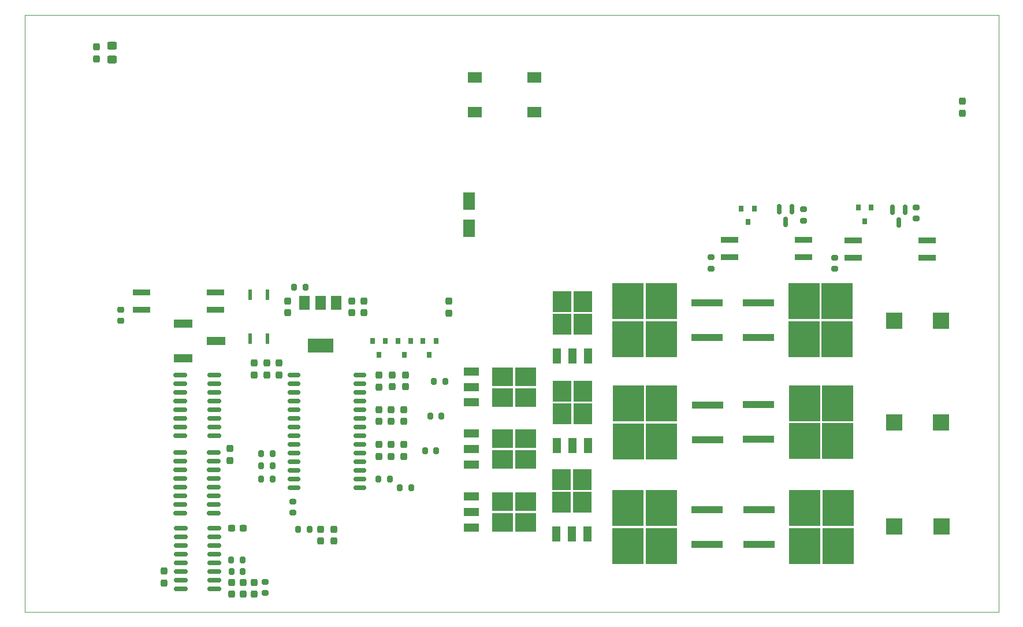
<source format=gbr>
%TF.GenerationSoftware,KiCad,Pcbnew,(6.0.0)*%
%TF.CreationDate,2022-06-11T13:18:49-06:00*%
%TF.ProjectId,Turbopump Controller,54757262-6f70-4756-9d70-20436f6e7472,rev?*%
%TF.SameCoordinates,Original*%
%TF.FileFunction,Paste,Top*%
%TF.FilePolarity,Positive*%
%FSLAX46Y46*%
G04 Gerber Fmt 4.6, Leading zero omitted, Abs format (unit mm)*
G04 Created by KiCad (PCBNEW (6.0.0)) date 2022-06-11 13:18:49*
%MOMM*%
%LPD*%
G01*
G04 APERTURE LIST*
G04 Aperture macros list*
%AMRoundRect*
0 Rectangle with rounded corners*
0 $1 Rounding radius*
0 $2 $3 $4 $5 $6 $7 $8 $9 X,Y pos of 4 corners*
0 Add a 4 corners polygon primitive as box body*
4,1,4,$2,$3,$4,$5,$6,$7,$8,$9,$2,$3,0*
0 Add four circle primitives for the rounded corners*
1,1,$1+$1,$2,$3*
1,1,$1+$1,$4,$5*
1,1,$1+$1,$6,$7*
1,1,$1+$1,$8,$9*
0 Add four rect primitives between the rounded corners*
20,1,$1+$1,$2,$3,$4,$5,0*
20,1,$1+$1,$4,$5,$6,$7,0*
20,1,$1+$1,$6,$7,$8,$9,0*
20,1,$1+$1,$8,$9,$2,$3,0*%
G04 Aperture macros list end*
%TA.AperFunction,Profile*%
%ADD10C,0.100000*%
%TD*%
%ADD11R,2.000000X1.500000*%
%ADD12R,4.550000X5.250000*%
%ADD13R,4.600000X1.100000*%
%ADD14R,2.600000X0.900000*%
%ADD15RoundRect,0.200000X0.200000X0.275000X-0.200000X0.275000X-0.200000X-0.275000X0.200000X-0.275000X0*%
%ADD16RoundRect,0.200000X-0.200000X-0.275000X0.200000X-0.275000X0.200000X0.275000X-0.200000X0.275000X0*%
%ADD17R,3.050000X2.750000*%
%ADD18R,2.200000X1.200000*%
%ADD19RoundRect,0.237500X-0.237500X0.300000X-0.237500X-0.300000X0.237500X-0.300000X0.237500X0.300000X0*%
%ADD20RoundRect,0.200000X-0.275000X0.200000X-0.275000X-0.200000X0.275000X-0.200000X0.275000X0.200000X0*%
%ADD21RoundRect,0.200000X0.275000X-0.200000X0.275000X0.200000X-0.275000X0.200000X-0.275000X-0.200000X0*%
%ADD22R,0.800000X0.900000*%
%ADD23RoundRect,0.150000X0.825000X0.150000X-0.825000X0.150000X-0.825000X-0.150000X0.825000X-0.150000X0*%
%ADD24RoundRect,0.237500X0.237500X-0.300000X0.237500X0.300000X-0.237500X0.300000X-0.237500X-0.300000X0*%
%ADD25R,2.750000X3.050000*%
%ADD26R,1.200000X2.200000*%
%ADD27RoundRect,0.150000X-0.150000X0.587500X-0.150000X-0.587500X0.150000X-0.587500X0.150000X0.587500X0*%
%ADD28RoundRect,0.250000X0.450000X-0.325000X0.450000X0.325000X-0.450000X0.325000X-0.450000X-0.325000X0*%
%ADD29R,1.800000X2.500000*%
%ADD30RoundRect,0.237500X0.300000X0.237500X-0.300000X0.237500X-0.300000X-0.237500X0.300000X-0.237500X0*%
%ADD31RoundRect,0.150000X-0.825000X-0.150000X0.825000X-0.150000X0.825000X0.150000X-0.825000X0.150000X0*%
%ADD32R,2.450000X2.450000*%
%ADD33RoundRect,0.218750X0.256250X-0.218750X0.256250X0.218750X-0.256250X0.218750X-0.256250X-0.218750X0*%
%ADD34R,1.500000X2.000000*%
%ADD35R,3.800000X2.000000*%
%ADD36RoundRect,0.150000X-0.750000X-0.150000X0.750000X-0.150000X0.750000X0.150000X-0.750000X0.150000X0*%
%ADD37R,2.790000X1.190000*%
%ADD38RoundRect,0.137500X-0.137500X0.662500X-0.137500X-0.662500X0.137500X-0.662500X0.137500X0.662500X0*%
G04 APERTURE END LIST*
D10*
X92870000Y-53320000D02*
X235620000Y-53320000D01*
X235620000Y-53320000D02*
X235620000Y-140720000D01*
X235620000Y-140720000D02*
X92870000Y-140720000D01*
X92870000Y-140720000D02*
X92870000Y-53320000D01*
D11*
%TO.C,D10*%
X158810000Y-62450000D03*
X158810000Y-67550000D03*
X167550000Y-67550000D03*
X167550000Y-62450000D03*
%TD*%
D12*
%TO.C,D19*%
X211965000Y-95215000D03*
X211965000Y-100765000D03*
X207115000Y-100765000D03*
X207115000Y-95215000D03*
D13*
X200390000Y-95450000D03*
X200390000Y-100530000D03*
%TD*%
D14*
%TO.C,U1*%
X225130000Y-88860000D03*
X225130000Y-86320000D03*
X214280000Y-86320000D03*
X214280000Y-88860000D03*
%TD*%
D15*
%TO.C,R10*%
X153975000Y-112030000D03*
X152325000Y-112030000D03*
%TD*%
D16*
%TO.C,R8*%
X132355000Y-93210000D03*
X134005000Y-93210000D03*
%TD*%
D17*
%TO.C,Q8*%
X166290000Y-115390000D03*
X166290000Y-118440000D03*
X162940000Y-115390000D03*
X162940000Y-118440000D03*
D18*
X158315000Y-114635000D03*
X158315000Y-116915000D03*
X158315000Y-119195000D03*
%TD*%
D19*
%TO.C,C31*%
X136280000Y-128637500D03*
X136280000Y-130362500D03*
%TD*%
%TO.C,C20*%
X148450000Y-111117500D03*
X148450000Y-112842500D03*
%TD*%
D20*
%TO.C,R6*%
X207031250Y-81777500D03*
X207031250Y-83427500D03*
%TD*%
D19*
%TO.C,C10*%
X142620000Y-95207500D03*
X142620000Y-96932500D03*
%TD*%
%TO.C,C22*%
X144780000Y-116231500D03*
X144780000Y-117956500D03*
%TD*%
D21*
%TO.C,R3*%
X211610000Y-90505000D03*
X211610000Y-88855000D03*
%TD*%
D19*
%TO.C,C19*%
X146600000Y-111127500D03*
X146600000Y-112852500D03*
%TD*%
D22*
%TO.C,D12*%
X143840000Y-101080000D03*
X144790000Y-103080000D03*
X145740000Y-101080000D03*
%TD*%
D21*
%TO.C,R2*%
X193450000Y-90425000D03*
X193450000Y-88775000D03*
%TD*%
D19*
%TO.C,C21*%
X113260000Y-134767500D03*
X113260000Y-136492500D03*
%TD*%
D20*
%TO.C,R5*%
X223500000Y-81465000D03*
X223500000Y-83115000D03*
%TD*%
D23*
%TO.C,U8*%
X120625000Y-114915000D03*
X120625000Y-113645000D03*
X120625000Y-112375000D03*
X120625000Y-111105000D03*
X120625000Y-109835000D03*
X120625000Y-108565000D03*
X120625000Y-107295000D03*
X120625000Y-106025000D03*
X115675000Y-106025000D03*
X115675000Y-107295000D03*
X115675000Y-108565000D03*
X115675000Y-109835000D03*
X115675000Y-111105000D03*
X115675000Y-112375000D03*
X115675000Y-113645000D03*
X115675000Y-114915000D03*
%TD*%
D24*
%TO.C,C11*%
X126530000Y-106012500D03*
X126530000Y-104287500D03*
%TD*%
D15*
%TO.C,R20*%
X149495000Y-122570000D03*
X147845000Y-122570000D03*
%TD*%
D19*
%TO.C,C16*%
X146760000Y-106037500D03*
X146760000Y-107762500D03*
%TD*%
D25*
%TO.C,Q6*%
X171520000Y-121340000D03*
X174570000Y-121340000D03*
X174570000Y-124690000D03*
X171520000Y-124690000D03*
D26*
X170765000Y-129315000D03*
X173045000Y-129315000D03*
X175325000Y-129315000D03*
%TD*%
D21*
%TO.C,R21*%
X132150000Y-126205000D03*
X132150000Y-124555000D03*
%TD*%
D12*
%TO.C,D18*%
X181306000Y-125539000D03*
X186156000Y-125539000D03*
X186156000Y-131089000D03*
X181306000Y-131089000D03*
D13*
X192881000Y-130854000D03*
X192881000Y-125774000D03*
%TD*%
D27*
%TO.C,Q1*%
X221930000Y-81788000D03*
X220030000Y-81788000D03*
X220980000Y-83663000D03*
%TD*%
D15*
%TO.C,R17*%
X146365000Y-121290000D03*
X144715000Y-121290000D03*
%TD*%
D24*
%TO.C,C12*%
X128330000Y-106012500D03*
X128330000Y-104287500D03*
%TD*%
D28*
%TO.C,D15*%
X105706000Y-59810000D03*
X105706000Y-57760000D03*
%TD*%
D19*
%TO.C,C14*%
X103361000Y-57969250D03*
X103361000Y-59694250D03*
%TD*%
D15*
%TO.C,R13*%
X153205000Y-117170000D03*
X151555000Y-117170000D03*
%TD*%
D25*
%TO.C,Q5*%
X174660000Y-111750000D03*
X171610000Y-111750000D03*
X171610000Y-108400000D03*
X174660000Y-108400000D03*
D26*
X170855000Y-116375000D03*
X173135000Y-116375000D03*
X175415000Y-116375000D03*
%TD*%
D29*
%TO.C,D6*%
X158030000Y-80540000D03*
X158030000Y-84540000D03*
%TD*%
D19*
%TO.C,C29*%
X126520000Y-136427500D03*
X126520000Y-138152500D03*
%TD*%
%TO.C,C9*%
X140780000Y-95207500D03*
X140780000Y-96932500D03*
%TD*%
D16*
%TO.C,R12*%
X123155000Y-133110000D03*
X124805000Y-133110000D03*
%TD*%
D24*
%TO.C,C13*%
X130130000Y-106032500D03*
X130130000Y-104307500D03*
%TD*%
D30*
%TO.C,C25*%
X124925000Y-128440000D03*
X123200000Y-128440000D03*
%TD*%
D16*
%TO.C,R11*%
X123185000Y-134790000D03*
X124835000Y-134790000D03*
%TD*%
D19*
%TO.C,C23*%
X146590000Y-116227500D03*
X146590000Y-117952500D03*
%TD*%
D12*
%TO.C,D21*%
X207220000Y-125540000D03*
X212070000Y-125540000D03*
X207220000Y-131090000D03*
X212070000Y-131090000D03*
D13*
X200495000Y-125775000D03*
X200495000Y-130855000D03*
%TD*%
D31*
%TO.C,U10*%
X115725000Y-128455000D03*
X115725000Y-129725000D03*
X115725000Y-130995000D03*
X115725000Y-132265000D03*
X115725000Y-133535000D03*
X115725000Y-134805000D03*
X115725000Y-136075000D03*
X115725000Y-137345000D03*
X120675000Y-137345000D03*
X120675000Y-136075000D03*
X120675000Y-134805000D03*
X120675000Y-133535000D03*
X120675000Y-132265000D03*
X120675000Y-130995000D03*
X120675000Y-129725000D03*
X120675000Y-128455000D03*
%TD*%
D22*
%TO.C,D3*%
X215060000Y-81530000D03*
X216010000Y-83530000D03*
X216960000Y-81530000D03*
%TD*%
D19*
%TO.C,C18*%
X144760000Y-111127500D03*
X144760000Y-112852500D03*
%TD*%
%TO.C,C15*%
X144780000Y-106057500D03*
X144780000Y-107782500D03*
%TD*%
D22*
%TO.C,D13*%
X147550000Y-101090000D03*
X148500000Y-103090000D03*
X149450000Y-101090000D03*
%TD*%
D19*
%TO.C,C7*%
X155040000Y-95227500D03*
X155040000Y-96952500D03*
%TD*%
D25*
%TO.C,Q4*%
X174650000Y-95270000D03*
X171600000Y-98620000D03*
X174650000Y-98620000D03*
X171600000Y-95270000D03*
D26*
X170845000Y-103245000D03*
X173125000Y-103245000D03*
X175405000Y-103245000D03*
%TD*%
D32*
%TO.C,L3*%
X220310000Y-98050000D03*
X227210000Y-98050000D03*
%TD*%
D22*
%TO.C,D4*%
X197910000Y-81630000D03*
X198860000Y-83630000D03*
X199810000Y-81630000D03*
%TD*%
D16*
%TO.C,R18*%
X132960000Y-128650000D03*
X134610000Y-128650000D03*
%TD*%
D33*
%TO.C,D11*%
X106920000Y-98057500D03*
X106920000Y-96482500D03*
%TD*%
D19*
%TO.C,C17*%
X148710000Y-106037500D03*
X148710000Y-107762500D03*
%TD*%
D34*
%TO.C,U5*%
X138500000Y-95430000D03*
X136200000Y-95430000D03*
X133900000Y-95430000D03*
D35*
X136200000Y-101730000D03*
%TD*%
D14*
%TO.C,U4*%
X109990000Y-93940000D03*
X109990000Y-96480000D03*
X120840000Y-96480000D03*
X120840000Y-93940000D03*
%TD*%
D15*
%TO.C,R15*%
X129175000Y-119375000D03*
X127525000Y-119375000D03*
%TD*%
D32*
%TO.C,L4*%
X220310000Y-112950000D03*
X227210000Y-112950000D03*
%TD*%
D12*
%TO.C,D16*%
X181320000Y-100770000D03*
X186170000Y-95220000D03*
X186170000Y-100770000D03*
X181320000Y-95220000D03*
D13*
X192895000Y-100535000D03*
X192895000Y-95455000D03*
%TD*%
D36*
%TO.C,U11*%
X132360000Y-106045000D03*
X132360000Y-107315000D03*
X132360000Y-108585000D03*
X132360000Y-109855000D03*
X132360000Y-111125000D03*
X132360000Y-112395000D03*
X132360000Y-113665000D03*
X132360000Y-114935000D03*
X132360000Y-116205000D03*
X132360000Y-117475000D03*
X132360000Y-118745000D03*
X132360000Y-120015000D03*
X132360000Y-121285000D03*
X132360000Y-122555000D03*
X141960000Y-122555000D03*
X141960000Y-121285000D03*
X141960000Y-120015000D03*
X141960000Y-118745000D03*
X141960000Y-117475000D03*
X141960000Y-116205000D03*
X141960000Y-114935000D03*
X141960000Y-113665000D03*
X141960000Y-112395000D03*
X141960000Y-111125000D03*
X141960000Y-109855000D03*
X141960000Y-108585000D03*
X141960000Y-107315000D03*
X141960000Y-106045000D03*
%TD*%
D19*
%TO.C,C28*%
X124870000Y-136427500D03*
X124870000Y-138152500D03*
%TD*%
D15*
%TO.C,R19*%
X129175000Y-121300000D03*
X127525000Y-121300000D03*
%TD*%
D16*
%TO.C,R14*%
X127525000Y-117525000D03*
X129175000Y-117525000D03*
%TD*%
D19*
%TO.C,C8*%
X131450000Y-95207500D03*
X131450000Y-96932500D03*
%TD*%
%TO.C,C30*%
X138160000Y-128657500D03*
X138160000Y-130382500D03*
%TD*%
D17*
%TO.C,Q9*%
X166270000Y-124550000D03*
X162920000Y-124550000D03*
X162920000Y-127600000D03*
X166270000Y-127600000D03*
D18*
X158295000Y-123795000D03*
X158295000Y-126075000D03*
X158295000Y-128355000D03*
%TD*%
D17*
%TO.C,Q7*%
X162920000Y-106260000D03*
X162920000Y-109310000D03*
X166270000Y-109310000D03*
X166270000Y-106260000D03*
D18*
X158295000Y-105505000D03*
X158295000Y-107785000D03*
X158295000Y-110065000D03*
%TD*%
D14*
%TO.C,U2*%
X206990000Y-88800000D03*
X206990000Y-86260000D03*
X196140000Y-86260000D03*
X196140000Y-88800000D03*
%TD*%
D37*
%TO.C,RV1*%
X116085000Y-98470000D03*
X120915000Y-101010000D03*
X116085000Y-103550000D03*
%TD*%
D12*
%TO.C,D17*%
X186222000Y-115745000D03*
X186222000Y-110195000D03*
X181372000Y-115745000D03*
X181372000Y-110195000D03*
D13*
X192947000Y-115510000D03*
X192947000Y-110430000D03*
%TD*%
D15*
%TO.C,R9*%
X154515000Y-106950000D03*
X152865000Y-106950000D03*
%TD*%
D19*
%TO.C,C27*%
X123230000Y-136427500D03*
X123230000Y-138152500D03*
%TD*%
D22*
%TO.C,D14*%
X151230000Y-101080000D03*
X152180000Y-103080000D03*
X153130000Y-101080000D03*
%TD*%
D23*
%TO.C,U9*%
X120585000Y-126285000D03*
X120585000Y-125015000D03*
X120585000Y-123745000D03*
X120585000Y-122475000D03*
X120585000Y-121205000D03*
X120585000Y-119935000D03*
X120585000Y-118665000D03*
X120585000Y-117395000D03*
X115635000Y-117395000D03*
X115635000Y-118665000D03*
X115635000Y-119935000D03*
X115635000Y-121205000D03*
X115635000Y-122475000D03*
X115635000Y-123745000D03*
X115635000Y-125015000D03*
X115635000Y-126285000D03*
%TD*%
D38*
%TO.C,U3*%
X128440000Y-94240000D03*
X125900000Y-94240000D03*
X125900000Y-100740000D03*
X128440000Y-100740000D03*
%TD*%
D19*
%TO.C,C26*%
X122970000Y-116817500D03*
X122970000Y-118542500D03*
%TD*%
%TO.C,C5*%
X230300000Y-65947500D03*
X230300000Y-67672500D03*
%TD*%
D27*
%TO.C,Q2*%
X205340000Y-81732500D03*
X203440000Y-81732500D03*
X204390000Y-83607500D03*
%TD*%
D19*
%TO.C,C24*%
X148470000Y-116227500D03*
X148470000Y-117952500D03*
%TD*%
D32*
%TO.C,L5*%
X220330000Y-128250000D03*
X227230000Y-128250000D03*
%TD*%
D12*
%TO.C,D20*%
X207150000Y-115715000D03*
X212000000Y-115715000D03*
X212000000Y-110165000D03*
X207150000Y-110165000D03*
D13*
X200425000Y-110400000D03*
X200425000Y-115480000D03*
%TD*%
D20*
%TO.C,R16*%
X128120000Y-136315000D03*
X128120000Y-137965000D03*
%TD*%
M02*

</source>
